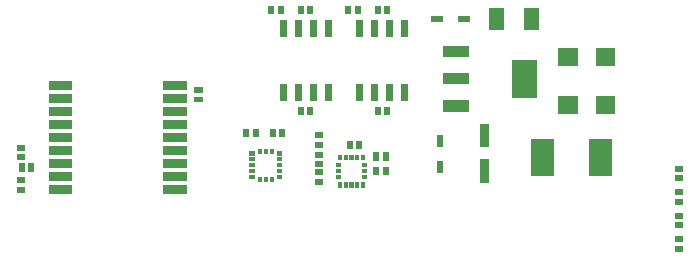
<source format=gbr>
G04 start of page 10 for group -4015 idx -4015 *
G04 Title: (unknown), toppaste *
G04 Creator: pcb 20140316 *
G04 CreationDate: ven. 06 févr. 2015 16:23:15 GMT UTC *
G04 For: clement *
G04 Format: Gerber/RS-274X *
G04 PCB-Dimensions (mil): 3287.40 1358.27 *
G04 PCB-Coordinate-Origin: lower left *
%MOIN*%
%FSLAX25Y25*%
%LNTOPPASTE*%
%ADD134R,0.0374X0.0374*%
%ADD133R,0.0846X0.0846*%
%ADD132R,0.0157X0.0157*%
%ADD131R,0.0236X0.0236*%
%ADD130R,0.0197X0.0197*%
%ADD129R,0.0598X0.0598*%
%ADD128R,0.0315X0.0315*%
%ADD127R,0.0772X0.0772*%
%ADD126R,0.0512X0.0512*%
%ADD125R,0.0197X0.0197*%
%ADD124R,0.0138X0.0138*%
G54D124*X119193Y46949D02*X119587D01*
X119193Y44980D02*X119587D01*
X119193Y43012D02*X119587D01*
X119193Y41043D02*X119587D01*
X119193Y39075D02*X119587D01*
X128445D02*X128839D01*
X128445Y41043D02*X128839D01*
X128445Y43012D02*X128839D01*
X128445Y44980D02*X128839D01*
X128445Y46949D02*X128839D01*
X122047Y38583D02*Y38189D01*
X124016Y38583D02*Y38189D01*
X125984Y38583D02*Y38189D01*
Y47835D02*Y47441D01*
X124016Y47835D02*Y47441D01*
X122047Y47835D02*Y47441D01*
G54D125*X182087Y52165D02*Y50197D01*
Y43307D02*Y41339D01*
G54D126*X200788Y92953D02*Y90591D01*
X212598Y92953D02*Y90591D01*
G54D127*X235630Y47874D02*Y43150D01*
X216339Y47874D02*Y43150D01*
G54D125*X180118Y91772D02*X182087D01*
X188976D02*X190945D01*
G54D128*X196850Y43504D02*Y38780D01*
Y55315D02*Y50591D01*
G54D129*X236890Y62992D02*X237520D01*
X236890Y78976D02*X237520D01*
G54D130*X135690Y95078D02*Y94292D01*
X138838Y95078D02*Y94292D01*
X128995Y95078D02*Y94292D01*
X125847Y95078D02*Y94292D01*
X161280Y95078D02*Y94292D01*
X164428Y95078D02*Y94292D01*
G54D131*X155354Y69094D02*Y65551D01*
X160354Y69094D02*Y65551D01*
X165354Y69094D02*Y65551D01*
X170354Y69094D02*Y65551D01*
Y90354D02*Y86811D01*
X165354Y90354D02*Y86811D01*
X160354Y90354D02*Y86811D01*
X155354Y90354D02*Y86811D01*
G54D130*X154586Y95078D02*Y94292D01*
X151438Y95078D02*Y94292D01*
X161280Y61613D02*Y60827D01*
X164428Y61613D02*Y60827D01*
X160828Y46358D02*Y45572D01*
X163976Y46358D02*Y45572D01*
X160828Y41436D02*Y40650D01*
X163976Y41436D02*Y40650D01*
G54D124*X156496Y45866D02*Y45472D01*
X154528Y45866D02*Y45472D01*
X152559Y45866D02*Y45472D01*
X150591Y45866D02*Y45472D01*
X148622Y45866D02*Y45472D01*
Y36614D02*Y36220D01*
X150591Y36614D02*Y36220D01*
X152559Y36614D02*Y36220D01*
X154528Y36614D02*Y36220D01*
X156496Y36614D02*Y36220D01*
X148031Y43012D02*X148425D01*
X148031Y41043D02*X148425D01*
X148031Y39075D02*X148425D01*
X156693D02*X157087D01*
X156693Y41043D02*X157087D01*
X156693Y43012D02*X157087D01*
G54D130*X151969Y50295D02*Y49509D01*
X155117Y50295D02*Y49509D01*
X141339Y49902D02*X142125D01*
X141339Y53050D02*X142125D01*
X141339Y43406D02*X142125D01*
X141339Y46554D02*X142125D01*
X141339Y40649D02*X142125D01*
X141339Y37501D02*X142125D01*
X117520Y54232D02*Y53446D01*
X120668Y54232D02*Y53446D01*
X129527Y54232D02*Y53446D01*
X126379Y54232D02*Y53446D01*
X41930Y45670D02*X42716D01*
X41930Y48818D02*X42716D01*
X42717Y42716D02*Y41930D01*
X45865Y42716D02*Y41930D01*
X41930Y34843D02*X42716D01*
X41930Y37991D02*X42716D01*
G54D128*X91417Y35000D02*X96142D01*
X91417Y39331D02*X96142D01*
X91417Y43661D02*X96142D01*
X91417Y47992D02*X96142D01*
X91417Y52323D02*X96142D01*
X91417Y56654D02*X96142D01*
X91417Y60984D02*X96142D01*
X91417Y65315D02*X96142D01*
X91417Y69646D02*X96142D01*
X53228D02*X57953D01*
X53228Y65315D02*X57953D01*
X53228Y60984D02*X57953D01*
X53228Y56654D02*X57953D01*
X53228Y52323D02*X57953D01*
X53228Y47992D02*X57953D01*
X53228Y43661D02*X57953D01*
X53228Y39331D02*X57953D01*
X53228Y35000D02*X57953D01*
G54D132*X91417D02*X96142D01*
X91417Y39331D02*X96142D01*
X91417Y43661D02*X96142D01*
X91417Y47992D02*X96142D01*
X91417Y52323D02*X96142D01*
X91417Y56654D02*X96142D01*
X91417Y60984D02*X96142D01*
X91417Y65315D02*X96142D01*
X91417Y69646D02*X96142D01*
X53228D02*X57953D01*
X53228Y65315D02*X57953D01*
X53228Y60984D02*X57953D01*
X53228Y56654D02*X57953D01*
X53228Y52323D02*X57953D01*
X53228Y47992D02*X57953D01*
X53228Y43661D02*X57953D01*
X53228Y39331D02*X57953D01*
X53228Y35000D02*X57953D01*
G54D130*X101182Y64961D02*X101968D01*
X101182Y68109D02*X101968D01*
X138838Y61613D02*Y60827D01*
X135690Y61613D02*Y60827D01*
X261418Y38780D02*X262204D01*
X261418Y41928D02*X262204D01*
X261418Y34054D02*X262204D01*
X261418Y30906D02*X262204D01*
X261418Y23032D02*X262204D01*
X261418Y26180D02*X262204D01*
X261418Y18306D02*X262204D01*
X261418Y15158D02*X262204D01*
G54D133*X210236Y74016D02*Y69685D01*
G54D134*X185039Y80906D02*X189764D01*
X185039Y71850D02*X189764D01*
X185039Y62795D02*X189764D01*
G54D131*X129764Y69094D02*Y65551D01*
X134764Y69094D02*Y65551D01*
X139764Y69094D02*Y65551D01*
X144764Y69094D02*Y65551D01*
Y90354D02*Y86811D01*
X139764Y90354D02*Y86811D01*
X134764Y90354D02*Y86811D01*
X129764Y90354D02*Y86811D01*
G54D129*X224488Y62992D02*X225118D01*
X224488Y78976D02*X225118D01*
M02*

</source>
